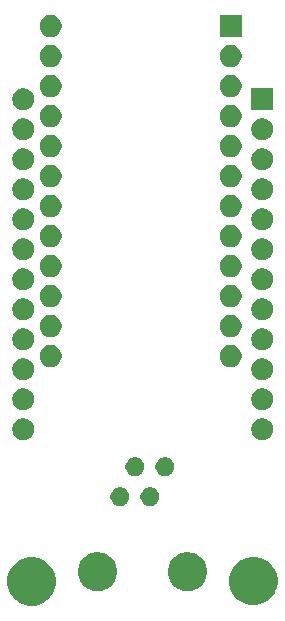
<source format=gbs>
G04 #@! TF.GenerationSoftware,KiCad,Pcbnew,(5.1.5-0-10_14)*
G04 #@! TF.CreationDate,2021-06-11T17:19:42+03:00*
G04 #@! TF.ProjectId,Wyse-converter,57797365-2d63-46f6-9e76-65727465722e,rev?*
G04 #@! TF.SameCoordinates,Original*
G04 #@! TF.FileFunction,Soldermask,Bot*
G04 #@! TF.FilePolarity,Negative*
%FSLAX46Y46*%
G04 Gerber Fmt 4.6, Leading zero omitted, Abs format (unit mm)*
G04 Created by KiCad (PCBNEW (5.1.5-0-10_14)) date 2021-06-11 17:19:42*
%MOMM*%
%LPD*%
G04 APERTURE LIST*
%ADD10C,0.100000*%
G04 APERTURE END LIST*
D10*
G36*
X93708254Y-97177818D02*
G01*
X94081511Y-97332426D01*
X94081513Y-97332427D01*
X94417436Y-97556884D01*
X94703116Y-97842564D01*
X94920158Y-98167389D01*
X94927574Y-98178489D01*
X95082182Y-98551746D01*
X95161000Y-98947993D01*
X95161000Y-99352007D01*
X95082182Y-99748254D01*
X94927574Y-100121511D01*
X94927573Y-100121513D01*
X94703116Y-100457436D01*
X94417436Y-100743116D01*
X94081513Y-100967573D01*
X94081512Y-100967574D01*
X94081511Y-100967574D01*
X93708254Y-101122182D01*
X93312007Y-101201000D01*
X92907993Y-101201000D01*
X92511746Y-101122182D01*
X92138489Y-100967574D01*
X92138488Y-100967574D01*
X92138487Y-100967573D01*
X91802564Y-100743116D01*
X91516884Y-100457436D01*
X91292427Y-100121513D01*
X91292426Y-100121511D01*
X91137818Y-99748254D01*
X91059000Y-99352007D01*
X91059000Y-98947993D01*
X91137818Y-98551746D01*
X91292426Y-98178489D01*
X91299843Y-98167389D01*
X91516884Y-97842564D01*
X91802564Y-97556884D01*
X92138487Y-97332427D01*
X92138489Y-97332426D01*
X92511746Y-97177818D01*
X92907993Y-97099000D01*
X93312007Y-97099000D01*
X93708254Y-97177818D01*
G37*
G36*
X112478254Y-97147818D02*
G01*
X112791457Y-97277551D01*
X112851513Y-97302427D01*
X112896411Y-97332427D01*
X113187436Y-97526884D01*
X113473116Y-97812564D01*
X113697574Y-98148489D01*
X113852182Y-98521746D01*
X113931000Y-98917993D01*
X113931000Y-99322007D01*
X113852182Y-99718254D01*
X113743349Y-99981000D01*
X113697573Y-100091513D01*
X113473116Y-100427436D01*
X113187436Y-100713116D01*
X112851513Y-100937573D01*
X112851512Y-100937574D01*
X112851511Y-100937574D01*
X112478254Y-101092182D01*
X112082007Y-101171000D01*
X111677993Y-101171000D01*
X111281746Y-101092182D01*
X110908489Y-100937574D01*
X110908488Y-100937574D01*
X110908487Y-100937573D01*
X110572564Y-100713116D01*
X110286884Y-100427436D01*
X110062427Y-100091513D01*
X110016651Y-99981000D01*
X109907818Y-99718254D01*
X109829000Y-99322007D01*
X109829000Y-98917993D01*
X109907818Y-98521746D01*
X110062426Y-98148489D01*
X110286884Y-97812564D01*
X110572564Y-97526884D01*
X110863589Y-97332427D01*
X110908487Y-97302427D01*
X110968543Y-97277551D01*
X111281746Y-97147818D01*
X111677993Y-97069000D01*
X112082007Y-97069000D01*
X112478254Y-97147818D01*
G37*
G36*
X99055256Y-96721298D02*
G01*
X99161579Y-96742447D01*
X99462042Y-96866903D01*
X99732451Y-97047585D01*
X99962415Y-97277549D01*
X100143097Y-97547958D01*
X100252701Y-97812564D01*
X100267553Y-97848422D01*
X100331000Y-98167389D01*
X100331000Y-98492611D01*
X100319237Y-98551745D01*
X100267553Y-98811579D01*
X100143097Y-99112042D01*
X99962415Y-99382451D01*
X99732451Y-99612415D01*
X99462042Y-99793097D01*
X99161579Y-99917553D01*
X99055256Y-99938702D01*
X98842611Y-99981000D01*
X98517389Y-99981000D01*
X98304744Y-99938702D01*
X98198421Y-99917553D01*
X97897958Y-99793097D01*
X97627549Y-99612415D01*
X97397585Y-99382451D01*
X97216903Y-99112042D01*
X97092447Y-98811579D01*
X97040763Y-98551745D01*
X97029000Y-98492611D01*
X97029000Y-98167389D01*
X97092447Y-97848422D01*
X97107300Y-97812564D01*
X97216903Y-97547958D01*
X97397585Y-97277549D01*
X97627549Y-97047585D01*
X97897958Y-96866903D01*
X98198421Y-96742447D01*
X98304744Y-96721298D01*
X98517389Y-96679000D01*
X98842611Y-96679000D01*
X99055256Y-96721298D01*
G37*
G36*
X106675256Y-96721298D02*
G01*
X106781579Y-96742447D01*
X107082042Y-96866903D01*
X107352451Y-97047585D01*
X107582415Y-97277549D01*
X107763097Y-97547958D01*
X107872701Y-97812564D01*
X107887553Y-97848422D01*
X107951000Y-98167389D01*
X107951000Y-98492611D01*
X107939237Y-98551745D01*
X107887553Y-98811579D01*
X107763097Y-99112042D01*
X107582415Y-99382451D01*
X107352451Y-99612415D01*
X107082042Y-99793097D01*
X106781579Y-99917553D01*
X106675256Y-99938702D01*
X106462611Y-99981000D01*
X106137389Y-99981000D01*
X105924744Y-99938702D01*
X105818421Y-99917553D01*
X105517958Y-99793097D01*
X105247549Y-99612415D01*
X105017585Y-99382451D01*
X104836903Y-99112042D01*
X104712447Y-98811579D01*
X104660763Y-98551745D01*
X104649000Y-98492611D01*
X104649000Y-98167389D01*
X104712447Y-97848422D01*
X104727300Y-97812564D01*
X104836903Y-97547958D01*
X105017585Y-97277549D01*
X105247549Y-97047585D01*
X105517958Y-96866903D01*
X105818421Y-96742447D01*
X105924744Y-96721298D01*
X106137389Y-96679000D01*
X106462611Y-96679000D01*
X106675256Y-96721298D01*
G37*
G36*
X103363642Y-91209781D02*
G01*
X103509414Y-91270162D01*
X103509416Y-91270163D01*
X103640608Y-91357822D01*
X103752178Y-91469392D01*
X103839837Y-91600584D01*
X103839838Y-91600586D01*
X103900219Y-91746358D01*
X103931000Y-91901107D01*
X103931000Y-92058893D01*
X103900219Y-92213642D01*
X103839838Y-92359414D01*
X103839837Y-92359416D01*
X103752178Y-92490608D01*
X103640608Y-92602178D01*
X103509416Y-92689837D01*
X103509415Y-92689838D01*
X103509414Y-92689838D01*
X103363642Y-92750219D01*
X103208893Y-92781000D01*
X103051107Y-92781000D01*
X102896358Y-92750219D01*
X102750586Y-92689838D01*
X102750585Y-92689838D01*
X102750584Y-92689837D01*
X102619392Y-92602178D01*
X102507822Y-92490608D01*
X102420163Y-92359416D01*
X102420162Y-92359414D01*
X102359781Y-92213642D01*
X102329000Y-92058893D01*
X102329000Y-91901107D01*
X102359781Y-91746358D01*
X102420162Y-91600586D01*
X102420163Y-91600584D01*
X102507822Y-91469392D01*
X102619392Y-91357822D01*
X102750584Y-91270163D01*
X102750586Y-91270162D01*
X102896358Y-91209781D01*
X103051107Y-91179000D01*
X103208893Y-91179000D01*
X103363642Y-91209781D01*
G37*
G36*
X100823642Y-91209781D02*
G01*
X100969414Y-91270162D01*
X100969416Y-91270163D01*
X101100608Y-91357822D01*
X101212178Y-91469392D01*
X101299837Y-91600584D01*
X101299838Y-91600586D01*
X101360219Y-91746358D01*
X101391000Y-91901107D01*
X101391000Y-92058893D01*
X101360219Y-92213642D01*
X101299838Y-92359414D01*
X101299837Y-92359416D01*
X101212178Y-92490608D01*
X101100608Y-92602178D01*
X100969416Y-92689837D01*
X100969415Y-92689838D01*
X100969414Y-92689838D01*
X100823642Y-92750219D01*
X100668893Y-92781000D01*
X100511107Y-92781000D01*
X100356358Y-92750219D01*
X100210586Y-92689838D01*
X100210585Y-92689838D01*
X100210584Y-92689837D01*
X100079392Y-92602178D01*
X99967822Y-92490608D01*
X99880163Y-92359416D01*
X99880162Y-92359414D01*
X99819781Y-92213642D01*
X99789000Y-92058893D01*
X99789000Y-91901107D01*
X99819781Y-91746358D01*
X99880162Y-91600586D01*
X99880163Y-91600584D01*
X99967822Y-91469392D01*
X100079392Y-91357822D01*
X100210584Y-91270163D01*
X100210586Y-91270162D01*
X100356358Y-91209781D01*
X100511107Y-91179000D01*
X100668893Y-91179000D01*
X100823642Y-91209781D01*
G37*
G36*
X104633642Y-88669781D02*
G01*
X104779414Y-88730162D01*
X104779416Y-88730163D01*
X104910608Y-88817822D01*
X105022178Y-88929392D01*
X105109837Y-89060584D01*
X105109838Y-89060586D01*
X105170219Y-89206358D01*
X105201000Y-89361107D01*
X105201000Y-89518893D01*
X105170219Y-89673642D01*
X105109838Y-89819414D01*
X105109837Y-89819416D01*
X105022178Y-89950608D01*
X104910608Y-90062178D01*
X104779416Y-90149837D01*
X104779415Y-90149838D01*
X104779414Y-90149838D01*
X104633642Y-90210219D01*
X104478893Y-90241000D01*
X104321107Y-90241000D01*
X104166358Y-90210219D01*
X104020586Y-90149838D01*
X104020585Y-90149838D01*
X104020584Y-90149837D01*
X103889392Y-90062178D01*
X103777822Y-89950608D01*
X103690163Y-89819416D01*
X103690162Y-89819414D01*
X103629781Y-89673642D01*
X103599000Y-89518893D01*
X103599000Y-89361107D01*
X103629781Y-89206358D01*
X103690162Y-89060586D01*
X103690163Y-89060584D01*
X103777822Y-88929392D01*
X103889392Y-88817822D01*
X104020584Y-88730163D01*
X104020586Y-88730162D01*
X104166358Y-88669781D01*
X104321107Y-88639000D01*
X104478893Y-88639000D01*
X104633642Y-88669781D01*
G37*
G36*
X102093642Y-88669781D02*
G01*
X102239414Y-88730162D01*
X102239416Y-88730163D01*
X102370608Y-88817822D01*
X102482178Y-88929392D01*
X102569837Y-89060584D01*
X102569838Y-89060586D01*
X102630219Y-89206358D01*
X102661000Y-89361107D01*
X102661000Y-89518893D01*
X102630219Y-89673642D01*
X102569838Y-89819414D01*
X102569837Y-89819416D01*
X102482178Y-89950608D01*
X102370608Y-90062178D01*
X102239416Y-90149837D01*
X102239415Y-90149838D01*
X102239414Y-90149838D01*
X102093642Y-90210219D01*
X101938893Y-90241000D01*
X101781107Y-90241000D01*
X101626358Y-90210219D01*
X101480586Y-90149838D01*
X101480585Y-90149838D01*
X101480584Y-90149837D01*
X101349392Y-90062178D01*
X101237822Y-89950608D01*
X101150163Y-89819416D01*
X101150162Y-89819414D01*
X101089781Y-89673642D01*
X101059000Y-89518893D01*
X101059000Y-89361107D01*
X101089781Y-89206358D01*
X101150162Y-89060586D01*
X101150163Y-89060584D01*
X101237822Y-88929392D01*
X101349392Y-88817822D01*
X101480584Y-88730163D01*
X101480586Y-88730162D01*
X101626358Y-88669781D01*
X101781107Y-88639000D01*
X101938893Y-88639000D01*
X102093642Y-88669781D01*
G37*
G36*
X112900483Y-85368335D02*
G01*
X113069240Y-85438236D01*
X113221118Y-85539718D01*
X113350282Y-85668882D01*
X113451764Y-85820760D01*
X113521665Y-85989517D01*
X113557300Y-86168668D01*
X113557300Y-86351332D01*
X113521665Y-86530483D01*
X113451764Y-86699240D01*
X113350282Y-86851118D01*
X113221118Y-86980282D01*
X113069240Y-87081764D01*
X112900483Y-87151665D01*
X112721332Y-87187300D01*
X112538668Y-87187300D01*
X112359517Y-87151665D01*
X112190760Y-87081764D01*
X112038882Y-86980282D01*
X111909718Y-86851118D01*
X111808236Y-86699240D01*
X111738335Y-86530483D01*
X111702700Y-86351332D01*
X111702700Y-86168668D01*
X111738335Y-85989517D01*
X111808236Y-85820760D01*
X111909718Y-85668882D01*
X112038882Y-85539718D01*
X112190760Y-85438236D01*
X112359517Y-85368335D01*
X112538668Y-85332700D01*
X112721332Y-85332700D01*
X112900483Y-85368335D01*
G37*
G36*
X92660483Y-85368335D02*
G01*
X92829240Y-85438236D01*
X92981118Y-85539718D01*
X93110282Y-85668882D01*
X93211764Y-85820760D01*
X93281665Y-85989517D01*
X93317300Y-86168668D01*
X93317300Y-86351332D01*
X93281665Y-86530483D01*
X93211764Y-86699240D01*
X93110282Y-86851118D01*
X92981118Y-86980282D01*
X92829240Y-87081764D01*
X92660483Y-87151665D01*
X92481332Y-87187300D01*
X92298668Y-87187300D01*
X92119517Y-87151665D01*
X91950760Y-87081764D01*
X91798882Y-86980282D01*
X91669718Y-86851118D01*
X91568236Y-86699240D01*
X91498335Y-86530483D01*
X91462700Y-86351332D01*
X91462700Y-86168668D01*
X91498335Y-85989517D01*
X91568236Y-85820760D01*
X91669718Y-85668882D01*
X91798882Y-85539718D01*
X91950760Y-85438236D01*
X92119517Y-85368335D01*
X92298668Y-85332700D01*
X92481332Y-85332700D01*
X92660483Y-85368335D01*
G37*
G36*
X112900483Y-82828335D02*
G01*
X113069240Y-82898236D01*
X113221118Y-82999718D01*
X113350282Y-83128882D01*
X113451764Y-83280760D01*
X113521665Y-83449517D01*
X113557300Y-83628668D01*
X113557300Y-83811332D01*
X113521665Y-83990483D01*
X113451764Y-84159240D01*
X113350282Y-84311118D01*
X113221118Y-84440282D01*
X113069240Y-84541764D01*
X112900483Y-84611665D01*
X112721332Y-84647300D01*
X112538668Y-84647300D01*
X112359517Y-84611665D01*
X112190760Y-84541764D01*
X112038882Y-84440282D01*
X111909718Y-84311118D01*
X111808236Y-84159240D01*
X111738335Y-83990483D01*
X111702700Y-83811332D01*
X111702700Y-83628668D01*
X111738335Y-83449517D01*
X111808236Y-83280760D01*
X111909718Y-83128882D01*
X112038882Y-82999718D01*
X112190760Y-82898236D01*
X112359517Y-82828335D01*
X112538668Y-82792700D01*
X112721332Y-82792700D01*
X112900483Y-82828335D01*
G37*
G36*
X92660483Y-82828335D02*
G01*
X92829240Y-82898236D01*
X92981118Y-82999718D01*
X93110282Y-83128882D01*
X93211764Y-83280760D01*
X93281665Y-83449517D01*
X93317300Y-83628668D01*
X93317300Y-83811332D01*
X93281665Y-83990483D01*
X93211764Y-84159240D01*
X93110282Y-84311118D01*
X92981118Y-84440282D01*
X92829240Y-84541764D01*
X92660483Y-84611665D01*
X92481332Y-84647300D01*
X92298668Y-84647300D01*
X92119517Y-84611665D01*
X91950760Y-84541764D01*
X91798882Y-84440282D01*
X91669718Y-84311118D01*
X91568236Y-84159240D01*
X91498335Y-83990483D01*
X91462700Y-83811332D01*
X91462700Y-83628668D01*
X91498335Y-83449517D01*
X91568236Y-83280760D01*
X91669718Y-83128882D01*
X91798882Y-82999718D01*
X91950760Y-82898236D01*
X92119517Y-82828335D01*
X92298668Y-82792700D01*
X92481332Y-82792700D01*
X92660483Y-82828335D01*
G37*
G36*
X112900483Y-80288335D02*
G01*
X113069240Y-80358236D01*
X113221118Y-80459718D01*
X113350282Y-80588882D01*
X113451764Y-80740760D01*
X113521665Y-80909517D01*
X113557300Y-81088668D01*
X113557300Y-81271332D01*
X113521665Y-81450483D01*
X113451764Y-81619240D01*
X113350282Y-81771118D01*
X113221118Y-81900282D01*
X113069240Y-82001764D01*
X112900483Y-82071665D01*
X112721332Y-82107300D01*
X112538668Y-82107300D01*
X112359517Y-82071665D01*
X112190760Y-82001764D01*
X112038882Y-81900282D01*
X111909718Y-81771118D01*
X111808236Y-81619240D01*
X111738335Y-81450483D01*
X111702700Y-81271332D01*
X111702700Y-81088668D01*
X111738335Y-80909517D01*
X111808236Y-80740760D01*
X111909718Y-80588882D01*
X112038882Y-80459718D01*
X112190760Y-80358236D01*
X112359517Y-80288335D01*
X112538668Y-80252700D01*
X112721332Y-80252700D01*
X112900483Y-80288335D01*
G37*
G36*
X92660483Y-80288335D02*
G01*
X92829240Y-80358236D01*
X92981118Y-80459718D01*
X93110282Y-80588882D01*
X93211764Y-80740760D01*
X93281665Y-80909517D01*
X93317300Y-81088668D01*
X93317300Y-81271332D01*
X93281665Y-81450483D01*
X93211764Y-81619240D01*
X93110282Y-81771118D01*
X92981118Y-81900282D01*
X92829240Y-82001764D01*
X92660483Y-82071665D01*
X92481332Y-82107300D01*
X92298668Y-82107300D01*
X92119517Y-82071665D01*
X91950760Y-82001764D01*
X91798882Y-81900282D01*
X91669718Y-81771118D01*
X91568236Y-81619240D01*
X91498335Y-81450483D01*
X91462700Y-81271332D01*
X91462700Y-81088668D01*
X91498335Y-80909517D01*
X91568236Y-80740760D01*
X91669718Y-80588882D01*
X91798882Y-80459718D01*
X91950760Y-80358236D01*
X92119517Y-80288335D01*
X92298668Y-80252700D01*
X92481332Y-80252700D01*
X92660483Y-80288335D01*
G37*
G36*
X110230483Y-79178335D02*
G01*
X110399240Y-79248236D01*
X110551118Y-79349718D01*
X110680282Y-79478882D01*
X110781764Y-79630760D01*
X110851665Y-79799517D01*
X110887300Y-79978668D01*
X110887300Y-80161332D01*
X110851665Y-80340483D01*
X110781764Y-80509240D01*
X110680282Y-80661118D01*
X110551118Y-80790282D01*
X110399240Y-80891764D01*
X110230483Y-80961665D01*
X110051332Y-80997300D01*
X109868668Y-80997300D01*
X109689517Y-80961665D01*
X109520760Y-80891764D01*
X109368882Y-80790282D01*
X109239718Y-80661118D01*
X109138236Y-80509240D01*
X109068335Y-80340483D01*
X109032700Y-80161332D01*
X109032700Y-79978668D01*
X109068335Y-79799517D01*
X109138236Y-79630760D01*
X109239718Y-79478882D01*
X109368882Y-79349718D01*
X109520760Y-79248236D01*
X109689517Y-79178335D01*
X109868668Y-79142700D01*
X110051332Y-79142700D01*
X110230483Y-79178335D01*
G37*
G36*
X94990483Y-79178335D02*
G01*
X95159240Y-79248236D01*
X95311118Y-79349718D01*
X95440282Y-79478882D01*
X95541764Y-79630760D01*
X95611665Y-79799517D01*
X95647300Y-79978668D01*
X95647300Y-80161332D01*
X95611665Y-80340483D01*
X95541764Y-80509240D01*
X95440282Y-80661118D01*
X95311118Y-80790282D01*
X95159240Y-80891764D01*
X94990483Y-80961665D01*
X94811332Y-80997300D01*
X94628668Y-80997300D01*
X94449517Y-80961665D01*
X94280760Y-80891764D01*
X94128882Y-80790282D01*
X93999718Y-80661118D01*
X93898236Y-80509240D01*
X93828335Y-80340483D01*
X93792700Y-80161332D01*
X93792700Y-79978668D01*
X93828335Y-79799517D01*
X93898236Y-79630760D01*
X93999718Y-79478882D01*
X94128882Y-79349718D01*
X94280760Y-79248236D01*
X94449517Y-79178335D01*
X94628668Y-79142700D01*
X94811332Y-79142700D01*
X94990483Y-79178335D01*
G37*
G36*
X92660483Y-77748335D02*
G01*
X92829240Y-77818236D01*
X92981118Y-77919718D01*
X93110282Y-78048882D01*
X93211764Y-78200760D01*
X93281665Y-78369517D01*
X93317300Y-78548668D01*
X93317300Y-78731332D01*
X93281665Y-78910483D01*
X93211764Y-79079240D01*
X93110282Y-79231118D01*
X92981118Y-79360282D01*
X92829240Y-79461764D01*
X92660483Y-79531665D01*
X92481332Y-79567300D01*
X92298668Y-79567300D01*
X92119517Y-79531665D01*
X91950760Y-79461764D01*
X91798882Y-79360282D01*
X91669718Y-79231118D01*
X91568236Y-79079240D01*
X91498335Y-78910483D01*
X91462700Y-78731332D01*
X91462700Y-78548668D01*
X91498335Y-78369517D01*
X91568236Y-78200760D01*
X91669718Y-78048882D01*
X91798882Y-77919718D01*
X91950760Y-77818236D01*
X92119517Y-77748335D01*
X92298668Y-77712700D01*
X92481332Y-77712700D01*
X92660483Y-77748335D01*
G37*
G36*
X112900483Y-77748335D02*
G01*
X113069240Y-77818236D01*
X113221118Y-77919718D01*
X113350282Y-78048882D01*
X113451764Y-78200760D01*
X113521665Y-78369517D01*
X113557300Y-78548668D01*
X113557300Y-78731332D01*
X113521665Y-78910483D01*
X113451764Y-79079240D01*
X113350282Y-79231118D01*
X113221118Y-79360282D01*
X113069240Y-79461764D01*
X112900483Y-79531665D01*
X112721332Y-79567300D01*
X112538668Y-79567300D01*
X112359517Y-79531665D01*
X112190760Y-79461764D01*
X112038882Y-79360282D01*
X111909718Y-79231118D01*
X111808236Y-79079240D01*
X111738335Y-78910483D01*
X111702700Y-78731332D01*
X111702700Y-78548668D01*
X111738335Y-78369517D01*
X111808236Y-78200760D01*
X111909718Y-78048882D01*
X112038882Y-77919718D01*
X112190760Y-77818236D01*
X112359517Y-77748335D01*
X112538668Y-77712700D01*
X112721332Y-77712700D01*
X112900483Y-77748335D01*
G37*
G36*
X110230483Y-76638335D02*
G01*
X110399240Y-76708236D01*
X110551118Y-76809718D01*
X110680282Y-76938882D01*
X110781764Y-77090760D01*
X110851665Y-77259517D01*
X110887300Y-77438668D01*
X110887300Y-77621332D01*
X110851665Y-77800483D01*
X110781764Y-77969240D01*
X110680282Y-78121118D01*
X110551118Y-78250282D01*
X110399240Y-78351764D01*
X110230483Y-78421665D01*
X110051332Y-78457300D01*
X109868668Y-78457300D01*
X109689517Y-78421665D01*
X109520760Y-78351764D01*
X109368882Y-78250282D01*
X109239718Y-78121118D01*
X109138236Y-77969240D01*
X109068335Y-77800483D01*
X109032700Y-77621332D01*
X109032700Y-77438668D01*
X109068335Y-77259517D01*
X109138236Y-77090760D01*
X109239718Y-76938882D01*
X109368882Y-76809718D01*
X109520760Y-76708236D01*
X109689517Y-76638335D01*
X109868668Y-76602700D01*
X110051332Y-76602700D01*
X110230483Y-76638335D01*
G37*
G36*
X94990483Y-76638335D02*
G01*
X95159240Y-76708236D01*
X95311118Y-76809718D01*
X95440282Y-76938882D01*
X95541764Y-77090760D01*
X95611665Y-77259517D01*
X95647300Y-77438668D01*
X95647300Y-77621332D01*
X95611665Y-77800483D01*
X95541764Y-77969240D01*
X95440282Y-78121118D01*
X95311118Y-78250282D01*
X95159240Y-78351764D01*
X94990483Y-78421665D01*
X94811332Y-78457300D01*
X94628668Y-78457300D01*
X94449517Y-78421665D01*
X94280760Y-78351764D01*
X94128882Y-78250282D01*
X93999718Y-78121118D01*
X93898236Y-77969240D01*
X93828335Y-77800483D01*
X93792700Y-77621332D01*
X93792700Y-77438668D01*
X93828335Y-77259517D01*
X93898236Y-77090760D01*
X93999718Y-76938882D01*
X94128882Y-76809718D01*
X94280760Y-76708236D01*
X94449517Y-76638335D01*
X94628668Y-76602700D01*
X94811332Y-76602700D01*
X94990483Y-76638335D01*
G37*
G36*
X112900483Y-75208335D02*
G01*
X113069240Y-75278236D01*
X113221118Y-75379718D01*
X113350282Y-75508882D01*
X113451764Y-75660760D01*
X113521665Y-75829517D01*
X113557300Y-76008668D01*
X113557300Y-76191332D01*
X113521665Y-76370483D01*
X113451764Y-76539240D01*
X113350282Y-76691118D01*
X113221118Y-76820282D01*
X113069240Y-76921764D01*
X112900483Y-76991665D01*
X112721332Y-77027300D01*
X112538668Y-77027300D01*
X112359517Y-76991665D01*
X112190760Y-76921764D01*
X112038882Y-76820282D01*
X111909718Y-76691118D01*
X111808236Y-76539240D01*
X111738335Y-76370483D01*
X111702700Y-76191332D01*
X111702700Y-76008668D01*
X111738335Y-75829517D01*
X111808236Y-75660760D01*
X111909718Y-75508882D01*
X112038882Y-75379718D01*
X112190760Y-75278236D01*
X112359517Y-75208335D01*
X112538668Y-75172700D01*
X112721332Y-75172700D01*
X112900483Y-75208335D01*
G37*
G36*
X92660483Y-75208335D02*
G01*
X92829240Y-75278236D01*
X92981118Y-75379718D01*
X93110282Y-75508882D01*
X93211764Y-75660760D01*
X93281665Y-75829517D01*
X93317300Y-76008668D01*
X93317300Y-76191332D01*
X93281665Y-76370483D01*
X93211764Y-76539240D01*
X93110282Y-76691118D01*
X92981118Y-76820282D01*
X92829240Y-76921764D01*
X92660483Y-76991665D01*
X92481332Y-77027300D01*
X92298668Y-77027300D01*
X92119517Y-76991665D01*
X91950760Y-76921764D01*
X91798882Y-76820282D01*
X91669718Y-76691118D01*
X91568236Y-76539240D01*
X91498335Y-76370483D01*
X91462700Y-76191332D01*
X91462700Y-76008668D01*
X91498335Y-75829517D01*
X91568236Y-75660760D01*
X91669718Y-75508882D01*
X91798882Y-75379718D01*
X91950760Y-75278236D01*
X92119517Y-75208335D01*
X92298668Y-75172700D01*
X92481332Y-75172700D01*
X92660483Y-75208335D01*
G37*
G36*
X110230483Y-74098335D02*
G01*
X110399240Y-74168236D01*
X110551118Y-74269718D01*
X110680282Y-74398882D01*
X110781764Y-74550760D01*
X110851665Y-74719517D01*
X110887300Y-74898668D01*
X110887300Y-75081332D01*
X110851665Y-75260483D01*
X110781764Y-75429240D01*
X110680282Y-75581118D01*
X110551118Y-75710282D01*
X110399240Y-75811764D01*
X110230483Y-75881665D01*
X110051332Y-75917300D01*
X109868668Y-75917300D01*
X109689517Y-75881665D01*
X109520760Y-75811764D01*
X109368882Y-75710282D01*
X109239718Y-75581118D01*
X109138236Y-75429240D01*
X109068335Y-75260483D01*
X109032700Y-75081332D01*
X109032700Y-74898668D01*
X109068335Y-74719517D01*
X109138236Y-74550760D01*
X109239718Y-74398882D01*
X109368882Y-74269718D01*
X109520760Y-74168236D01*
X109689517Y-74098335D01*
X109868668Y-74062700D01*
X110051332Y-74062700D01*
X110230483Y-74098335D01*
G37*
G36*
X94990483Y-74098335D02*
G01*
X95159240Y-74168236D01*
X95311118Y-74269718D01*
X95440282Y-74398882D01*
X95541764Y-74550760D01*
X95611665Y-74719517D01*
X95647300Y-74898668D01*
X95647300Y-75081332D01*
X95611665Y-75260483D01*
X95541764Y-75429240D01*
X95440282Y-75581118D01*
X95311118Y-75710282D01*
X95159240Y-75811764D01*
X94990483Y-75881665D01*
X94811332Y-75917300D01*
X94628668Y-75917300D01*
X94449517Y-75881665D01*
X94280760Y-75811764D01*
X94128882Y-75710282D01*
X93999718Y-75581118D01*
X93898236Y-75429240D01*
X93828335Y-75260483D01*
X93792700Y-75081332D01*
X93792700Y-74898668D01*
X93828335Y-74719517D01*
X93898236Y-74550760D01*
X93999718Y-74398882D01*
X94128882Y-74269718D01*
X94280760Y-74168236D01*
X94449517Y-74098335D01*
X94628668Y-74062700D01*
X94811332Y-74062700D01*
X94990483Y-74098335D01*
G37*
G36*
X92660483Y-72668335D02*
G01*
X92829240Y-72738236D01*
X92981118Y-72839718D01*
X93110282Y-72968882D01*
X93211764Y-73120760D01*
X93281665Y-73289517D01*
X93317300Y-73468668D01*
X93317300Y-73651332D01*
X93281665Y-73830483D01*
X93211764Y-73999240D01*
X93110282Y-74151118D01*
X92981118Y-74280282D01*
X92829240Y-74381764D01*
X92660483Y-74451665D01*
X92481332Y-74487300D01*
X92298668Y-74487300D01*
X92119517Y-74451665D01*
X91950760Y-74381764D01*
X91798882Y-74280282D01*
X91669718Y-74151118D01*
X91568236Y-73999240D01*
X91498335Y-73830483D01*
X91462700Y-73651332D01*
X91462700Y-73468668D01*
X91498335Y-73289517D01*
X91568236Y-73120760D01*
X91669718Y-72968882D01*
X91798882Y-72839718D01*
X91950760Y-72738236D01*
X92119517Y-72668335D01*
X92298668Y-72632700D01*
X92481332Y-72632700D01*
X92660483Y-72668335D01*
G37*
G36*
X112900483Y-72668335D02*
G01*
X113069240Y-72738236D01*
X113221118Y-72839718D01*
X113350282Y-72968882D01*
X113451764Y-73120760D01*
X113521665Y-73289517D01*
X113557300Y-73468668D01*
X113557300Y-73651332D01*
X113521665Y-73830483D01*
X113451764Y-73999240D01*
X113350282Y-74151118D01*
X113221118Y-74280282D01*
X113069240Y-74381764D01*
X112900483Y-74451665D01*
X112721332Y-74487300D01*
X112538668Y-74487300D01*
X112359517Y-74451665D01*
X112190760Y-74381764D01*
X112038882Y-74280282D01*
X111909718Y-74151118D01*
X111808236Y-73999240D01*
X111738335Y-73830483D01*
X111702700Y-73651332D01*
X111702700Y-73468668D01*
X111738335Y-73289517D01*
X111808236Y-73120760D01*
X111909718Y-72968882D01*
X112038882Y-72839718D01*
X112190760Y-72738236D01*
X112359517Y-72668335D01*
X112538668Y-72632700D01*
X112721332Y-72632700D01*
X112900483Y-72668335D01*
G37*
G36*
X94990483Y-71558335D02*
G01*
X95159240Y-71628236D01*
X95311118Y-71729718D01*
X95440282Y-71858882D01*
X95541764Y-72010760D01*
X95611665Y-72179517D01*
X95647300Y-72358668D01*
X95647300Y-72541332D01*
X95611665Y-72720483D01*
X95541764Y-72889240D01*
X95440282Y-73041118D01*
X95311118Y-73170282D01*
X95159240Y-73271764D01*
X94990483Y-73341665D01*
X94811332Y-73377300D01*
X94628668Y-73377300D01*
X94449517Y-73341665D01*
X94280760Y-73271764D01*
X94128882Y-73170282D01*
X93999718Y-73041118D01*
X93898236Y-72889240D01*
X93828335Y-72720483D01*
X93792700Y-72541332D01*
X93792700Y-72358668D01*
X93828335Y-72179517D01*
X93898236Y-72010760D01*
X93999718Y-71858882D01*
X94128882Y-71729718D01*
X94280760Y-71628236D01*
X94449517Y-71558335D01*
X94628668Y-71522700D01*
X94811332Y-71522700D01*
X94990483Y-71558335D01*
G37*
G36*
X110230483Y-71558335D02*
G01*
X110399240Y-71628236D01*
X110551118Y-71729718D01*
X110680282Y-71858882D01*
X110781764Y-72010760D01*
X110851665Y-72179517D01*
X110887300Y-72358668D01*
X110887300Y-72541332D01*
X110851665Y-72720483D01*
X110781764Y-72889240D01*
X110680282Y-73041118D01*
X110551118Y-73170282D01*
X110399240Y-73271764D01*
X110230483Y-73341665D01*
X110051332Y-73377300D01*
X109868668Y-73377300D01*
X109689517Y-73341665D01*
X109520760Y-73271764D01*
X109368882Y-73170282D01*
X109239718Y-73041118D01*
X109138236Y-72889240D01*
X109068335Y-72720483D01*
X109032700Y-72541332D01*
X109032700Y-72358668D01*
X109068335Y-72179517D01*
X109138236Y-72010760D01*
X109239718Y-71858882D01*
X109368882Y-71729718D01*
X109520760Y-71628236D01*
X109689517Y-71558335D01*
X109868668Y-71522700D01*
X110051332Y-71522700D01*
X110230483Y-71558335D01*
G37*
G36*
X92660483Y-70128335D02*
G01*
X92829240Y-70198236D01*
X92981118Y-70299718D01*
X93110282Y-70428882D01*
X93211764Y-70580760D01*
X93281665Y-70749517D01*
X93317300Y-70928668D01*
X93317300Y-71111332D01*
X93281665Y-71290483D01*
X93211764Y-71459240D01*
X93110282Y-71611118D01*
X92981118Y-71740282D01*
X92829240Y-71841764D01*
X92660483Y-71911665D01*
X92481332Y-71947300D01*
X92298668Y-71947300D01*
X92119517Y-71911665D01*
X91950760Y-71841764D01*
X91798882Y-71740282D01*
X91669718Y-71611118D01*
X91568236Y-71459240D01*
X91498335Y-71290483D01*
X91462700Y-71111332D01*
X91462700Y-70928668D01*
X91498335Y-70749517D01*
X91568236Y-70580760D01*
X91669718Y-70428882D01*
X91798882Y-70299718D01*
X91950760Y-70198236D01*
X92119517Y-70128335D01*
X92298668Y-70092700D01*
X92481332Y-70092700D01*
X92660483Y-70128335D01*
G37*
G36*
X112900483Y-70128335D02*
G01*
X113069240Y-70198236D01*
X113221118Y-70299718D01*
X113350282Y-70428882D01*
X113451764Y-70580760D01*
X113521665Y-70749517D01*
X113557300Y-70928668D01*
X113557300Y-71111332D01*
X113521665Y-71290483D01*
X113451764Y-71459240D01*
X113350282Y-71611118D01*
X113221118Y-71740282D01*
X113069240Y-71841764D01*
X112900483Y-71911665D01*
X112721332Y-71947300D01*
X112538668Y-71947300D01*
X112359517Y-71911665D01*
X112190760Y-71841764D01*
X112038882Y-71740282D01*
X111909718Y-71611118D01*
X111808236Y-71459240D01*
X111738335Y-71290483D01*
X111702700Y-71111332D01*
X111702700Y-70928668D01*
X111738335Y-70749517D01*
X111808236Y-70580760D01*
X111909718Y-70428882D01*
X112038882Y-70299718D01*
X112190760Y-70198236D01*
X112359517Y-70128335D01*
X112538668Y-70092700D01*
X112721332Y-70092700D01*
X112900483Y-70128335D01*
G37*
G36*
X94990483Y-69018335D02*
G01*
X95159240Y-69088236D01*
X95311118Y-69189718D01*
X95440282Y-69318882D01*
X95541764Y-69470760D01*
X95611665Y-69639517D01*
X95647300Y-69818668D01*
X95647300Y-70001332D01*
X95611665Y-70180483D01*
X95541764Y-70349240D01*
X95440282Y-70501118D01*
X95311118Y-70630282D01*
X95159240Y-70731764D01*
X94990483Y-70801665D01*
X94811332Y-70837300D01*
X94628668Y-70837300D01*
X94449517Y-70801665D01*
X94280760Y-70731764D01*
X94128882Y-70630282D01*
X93999718Y-70501118D01*
X93898236Y-70349240D01*
X93828335Y-70180483D01*
X93792700Y-70001332D01*
X93792700Y-69818668D01*
X93828335Y-69639517D01*
X93898236Y-69470760D01*
X93999718Y-69318882D01*
X94128882Y-69189718D01*
X94280760Y-69088236D01*
X94449517Y-69018335D01*
X94628668Y-68982700D01*
X94811332Y-68982700D01*
X94990483Y-69018335D01*
G37*
G36*
X110230483Y-69018335D02*
G01*
X110399240Y-69088236D01*
X110551118Y-69189718D01*
X110680282Y-69318882D01*
X110781764Y-69470760D01*
X110851665Y-69639517D01*
X110887300Y-69818668D01*
X110887300Y-70001332D01*
X110851665Y-70180483D01*
X110781764Y-70349240D01*
X110680282Y-70501118D01*
X110551118Y-70630282D01*
X110399240Y-70731764D01*
X110230483Y-70801665D01*
X110051332Y-70837300D01*
X109868668Y-70837300D01*
X109689517Y-70801665D01*
X109520760Y-70731764D01*
X109368882Y-70630282D01*
X109239718Y-70501118D01*
X109138236Y-70349240D01*
X109068335Y-70180483D01*
X109032700Y-70001332D01*
X109032700Y-69818668D01*
X109068335Y-69639517D01*
X109138236Y-69470760D01*
X109239718Y-69318882D01*
X109368882Y-69189718D01*
X109520760Y-69088236D01*
X109689517Y-69018335D01*
X109868668Y-68982700D01*
X110051332Y-68982700D01*
X110230483Y-69018335D01*
G37*
G36*
X112900483Y-67588335D02*
G01*
X113069240Y-67658236D01*
X113221118Y-67759718D01*
X113350282Y-67888882D01*
X113451764Y-68040760D01*
X113521665Y-68209517D01*
X113557300Y-68388668D01*
X113557300Y-68571332D01*
X113521665Y-68750483D01*
X113451764Y-68919240D01*
X113350282Y-69071118D01*
X113221118Y-69200282D01*
X113069240Y-69301764D01*
X112900483Y-69371665D01*
X112721332Y-69407300D01*
X112538668Y-69407300D01*
X112359517Y-69371665D01*
X112190760Y-69301764D01*
X112038882Y-69200282D01*
X111909718Y-69071118D01*
X111808236Y-68919240D01*
X111738335Y-68750483D01*
X111702700Y-68571332D01*
X111702700Y-68388668D01*
X111738335Y-68209517D01*
X111808236Y-68040760D01*
X111909718Y-67888882D01*
X112038882Y-67759718D01*
X112190760Y-67658236D01*
X112359517Y-67588335D01*
X112538668Y-67552700D01*
X112721332Y-67552700D01*
X112900483Y-67588335D01*
G37*
G36*
X92660483Y-67588335D02*
G01*
X92829240Y-67658236D01*
X92981118Y-67759718D01*
X93110282Y-67888882D01*
X93211764Y-68040760D01*
X93281665Y-68209517D01*
X93317300Y-68388668D01*
X93317300Y-68571332D01*
X93281665Y-68750483D01*
X93211764Y-68919240D01*
X93110282Y-69071118D01*
X92981118Y-69200282D01*
X92829240Y-69301764D01*
X92660483Y-69371665D01*
X92481332Y-69407300D01*
X92298668Y-69407300D01*
X92119517Y-69371665D01*
X91950760Y-69301764D01*
X91798882Y-69200282D01*
X91669718Y-69071118D01*
X91568236Y-68919240D01*
X91498335Y-68750483D01*
X91462700Y-68571332D01*
X91462700Y-68388668D01*
X91498335Y-68209517D01*
X91568236Y-68040760D01*
X91669718Y-67888882D01*
X91798882Y-67759718D01*
X91950760Y-67658236D01*
X92119517Y-67588335D01*
X92298668Y-67552700D01*
X92481332Y-67552700D01*
X92660483Y-67588335D01*
G37*
G36*
X94990483Y-66478335D02*
G01*
X95159240Y-66548236D01*
X95311118Y-66649718D01*
X95440282Y-66778882D01*
X95541764Y-66930760D01*
X95611665Y-67099517D01*
X95647300Y-67278668D01*
X95647300Y-67461332D01*
X95611665Y-67640483D01*
X95541764Y-67809240D01*
X95440282Y-67961118D01*
X95311118Y-68090282D01*
X95159240Y-68191764D01*
X94990483Y-68261665D01*
X94811332Y-68297300D01*
X94628668Y-68297300D01*
X94449517Y-68261665D01*
X94280760Y-68191764D01*
X94128882Y-68090282D01*
X93999718Y-67961118D01*
X93898236Y-67809240D01*
X93828335Y-67640483D01*
X93792700Y-67461332D01*
X93792700Y-67278668D01*
X93828335Y-67099517D01*
X93898236Y-66930760D01*
X93999718Y-66778882D01*
X94128882Y-66649718D01*
X94280760Y-66548236D01*
X94449517Y-66478335D01*
X94628668Y-66442700D01*
X94811332Y-66442700D01*
X94990483Y-66478335D01*
G37*
G36*
X110230483Y-66478335D02*
G01*
X110399240Y-66548236D01*
X110551118Y-66649718D01*
X110680282Y-66778882D01*
X110781764Y-66930760D01*
X110851665Y-67099517D01*
X110887300Y-67278668D01*
X110887300Y-67461332D01*
X110851665Y-67640483D01*
X110781764Y-67809240D01*
X110680282Y-67961118D01*
X110551118Y-68090282D01*
X110399240Y-68191764D01*
X110230483Y-68261665D01*
X110051332Y-68297300D01*
X109868668Y-68297300D01*
X109689517Y-68261665D01*
X109520760Y-68191764D01*
X109368882Y-68090282D01*
X109239718Y-67961118D01*
X109138236Y-67809240D01*
X109068335Y-67640483D01*
X109032700Y-67461332D01*
X109032700Y-67278668D01*
X109068335Y-67099517D01*
X109138236Y-66930760D01*
X109239718Y-66778882D01*
X109368882Y-66649718D01*
X109520760Y-66548236D01*
X109689517Y-66478335D01*
X109868668Y-66442700D01*
X110051332Y-66442700D01*
X110230483Y-66478335D01*
G37*
G36*
X112900483Y-65048335D02*
G01*
X113069240Y-65118236D01*
X113221118Y-65219718D01*
X113350282Y-65348882D01*
X113451764Y-65500760D01*
X113521665Y-65669517D01*
X113557300Y-65848668D01*
X113557300Y-66031332D01*
X113521665Y-66210483D01*
X113451764Y-66379240D01*
X113350282Y-66531118D01*
X113221118Y-66660282D01*
X113069240Y-66761764D01*
X112900483Y-66831665D01*
X112721332Y-66867300D01*
X112538668Y-66867300D01*
X112359517Y-66831665D01*
X112190760Y-66761764D01*
X112038882Y-66660282D01*
X111909718Y-66531118D01*
X111808236Y-66379240D01*
X111738335Y-66210483D01*
X111702700Y-66031332D01*
X111702700Y-65848668D01*
X111738335Y-65669517D01*
X111808236Y-65500760D01*
X111909718Y-65348882D01*
X112038882Y-65219718D01*
X112190760Y-65118236D01*
X112359517Y-65048335D01*
X112538668Y-65012700D01*
X112721332Y-65012700D01*
X112900483Y-65048335D01*
G37*
G36*
X92660483Y-65048335D02*
G01*
X92829240Y-65118236D01*
X92981118Y-65219718D01*
X93110282Y-65348882D01*
X93211764Y-65500760D01*
X93281665Y-65669517D01*
X93317300Y-65848668D01*
X93317300Y-66031332D01*
X93281665Y-66210483D01*
X93211764Y-66379240D01*
X93110282Y-66531118D01*
X92981118Y-66660282D01*
X92829240Y-66761764D01*
X92660483Y-66831665D01*
X92481332Y-66867300D01*
X92298668Y-66867300D01*
X92119517Y-66831665D01*
X91950760Y-66761764D01*
X91798882Y-66660282D01*
X91669718Y-66531118D01*
X91568236Y-66379240D01*
X91498335Y-66210483D01*
X91462700Y-66031332D01*
X91462700Y-65848668D01*
X91498335Y-65669517D01*
X91568236Y-65500760D01*
X91669718Y-65348882D01*
X91798882Y-65219718D01*
X91950760Y-65118236D01*
X92119517Y-65048335D01*
X92298668Y-65012700D01*
X92481332Y-65012700D01*
X92660483Y-65048335D01*
G37*
G36*
X94990483Y-63938335D02*
G01*
X95159240Y-64008236D01*
X95311118Y-64109718D01*
X95440282Y-64238882D01*
X95541764Y-64390760D01*
X95611665Y-64559517D01*
X95647300Y-64738668D01*
X95647300Y-64921332D01*
X95611665Y-65100483D01*
X95541764Y-65269240D01*
X95440282Y-65421118D01*
X95311118Y-65550282D01*
X95159240Y-65651764D01*
X94990483Y-65721665D01*
X94811332Y-65757300D01*
X94628668Y-65757300D01*
X94449517Y-65721665D01*
X94280760Y-65651764D01*
X94128882Y-65550282D01*
X93999718Y-65421118D01*
X93898236Y-65269240D01*
X93828335Y-65100483D01*
X93792700Y-64921332D01*
X93792700Y-64738668D01*
X93828335Y-64559517D01*
X93898236Y-64390760D01*
X93999718Y-64238882D01*
X94128882Y-64109718D01*
X94280760Y-64008236D01*
X94449517Y-63938335D01*
X94628668Y-63902700D01*
X94811332Y-63902700D01*
X94990483Y-63938335D01*
G37*
G36*
X110230483Y-63938335D02*
G01*
X110399240Y-64008236D01*
X110551118Y-64109718D01*
X110680282Y-64238882D01*
X110781764Y-64390760D01*
X110851665Y-64559517D01*
X110887300Y-64738668D01*
X110887300Y-64921332D01*
X110851665Y-65100483D01*
X110781764Y-65269240D01*
X110680282Y-65421118D01*
X110551118Y-65550282D01*
X110399240Y-65651764D01*
X110230483Y-65721665D01*
X110051332Y-65757300D01*
X109868668Y-65757300D01*
X109689517Y-65721665D01*
X109520760Y-65651764D01*
X109368882Y-65550282D01*
X109239718Y-65421118D01*
X109138236Y-65269240D01*
X109068335Y-65100483D01*
X109032700Y-64921332D01*
X109032700Y-64738668D01*
X109068335Y-64559517D01*
X109138236Y-64390760D01*
X109239718Y-64238882D01*
X109368882Y-64109718D01*
X109520760Y-64008236D01*
X109689517Y-63938335D01*
X109868668Y-63902700D01*
X110051332Y-63902700D01*
X110230483Y-63938335D01*
G37*
G36*
X92660483Y-62508335D02*
G01*
X92829240Y-62578236D01*
X92981118Y-62679718D01*
X93110282Y-62808882D01*
X93211764Y-62960760D01*
X93281665Y-63129517D01*
X93317300Y-63308668D01*
X93317300Y-63491332D01*
X93281665Y-63670483D01*
X93211764Y-63839240D01*
X93110282Y-63991118D01*
X92981118Y-64120282D01*
X92829240Y-64221764D01*
X92660483Y-64291665D01*
X92481332Y-64327300D01*
X92298668Y-64327300D01*
X92119517Y-64291665D01*
X91950760Y-64221764D01*
X91798882Y-64120282D01*
X91669718Y-63991118D01*
X91568236Y-63839240D01*
X91498335Y-63670483D01*
X91462700Y-63491332D01*
X91462700Y-63308668D01*
X91498335Y-63129517D01*
X91568236Y-62960760D01*
X91669718Y-62808882D01*
X91798882Y-62679718D01*
X91950760Y-62578236D01*
X92119517Y-62508335D01*
X92298668Y-62472700D01*
X92481332Y-62472700D01*
X92660483Y-62508335D01*
G37*
G36*
X112900483Y-62508335D02*
G01*
X113069240Y-62578236D01*
X113221118Y-62679718D01*
X113350282Y-62808882D01*
X113451764Y-62960760D01*
X113521665Y-63129517D01*
X113557300Y-63308668D01*
X113557300Y-63491332D01*
X113521665Y-63670483D01*
X113451764Y-63839240D01*
X113350282Y-63991118D01*
X113221118Y-64120282D01*
X113069240Y-64221764D01*
X112900483Y-64291665D01*
X112721332Y-64327300D01*
X112538668Y-64327300D01*
X112359517Y-64291665D01*
X112190760Y-64221764D01*
X112038882Y-64120282D01*
X111909718Y-63991118D01*
X111808236Y-63839240D01*
X111738335Y-63670483D01*
X111702700Y-63491332D01*
X111702700Y-63308668D01*
X111738335Y-63129517D01*
X111808236Y-62960760D01*
X111909718Y-62808882D01*
X112038882Y-62679718D01*
X112190760Y-62578236D01*
X112359517Y-62508335D01*
X112538668Y-62472700D01*
X112721332Y-62472700D01*
X112900483Y-62508335D01*
G37*
G36*
X94990483Y-61398335D02*
G01*
X95159240Y-61468236D01*
X95311118Y-61569718D01*
X95440282Y-61698882D01*
X95541764Y-61850760D01*
X95611665Y-62019517D01*
X95647300Y-62198668D01*
X95647300Y-62381332D01*
X95611665Y-62560483D01*
X95541764Y-62729240D01*
X95440282Y-62881118D01*
X95311118Y-63010282D01*
X95159240Y-63111764D01*
X94990483Y-63181665D01*
X94811332Y-63217300D01*
X94628668Y-63217300D01*
X94449517Y-63181665D01*
X94280760Y-63111764D01*
X94128882Y-63010282D01*
X93999718Y-62881118D01*
X93898236Y-62729240D01*
X93828335Y-62560483D01*
X93792700Y-62381332D01*
X93792700Y-62198668D01*
X93828335Y-62019517D01*
X93898236Y-61850760D01*
X93999718Y-61698882D01*
X94128882Y-61569718D01*
X94280760Y-61468236D01*
X94449517Y-61398335D01*
X94628668Y-61362700D01*
X94811332Y-61362700D01*
X94990483Y-61398335D01*
G37*
G36*
X110230483Y-61398335D02*
G01*
X110399240Y-61468236D01*
X110551118Y-61569718D01*
X110680282Y-61698882D01*
X110781764Y-61850760D01*
X110851665Y-62019517D01*
X110887300Y-62198668D01*
X110887300Y-62381332D01*
X110851665Y-62560483D01*
X110781764Y-62729240D01*
X110680282Y-62881118D01*
X110551118Y-63010282D01*
X110399240Y-63111764D01*
X110230483Y-63181665D01*
X110051332Y-63217300D01*
X109868668Y-63217300D01*
X109689517Y-63181665D01*
X109520760Y-63111764D01*
X109368882Y-63010282D01*
X109239718Y-62881118D01*
X109138236Y-62729240D01*
X109068335Y-62560483D01*
X109032700Y-62381332D01*
X109032700Y-62198668D01*
X109068335Y-62019517D01*
X109138236Y-61850760D01*
X109239718Y-61698882D01*
X109368882Y-61569718D01*
X109520760Y-61468236D01*
X109689517Y-61398335D01*
X109868668Y-61362700D01*
X110051332Y-61362700D01*
X110230483Y-61398335D01*
G37*
G36*
X112900483Y-59968335D02*
G01*
X113069240Y-60038236D01*
X113221118Y-60139718D01*
X113350282Y-60268882D01*
X113451764Y-60420760D01*
X113521665Y-60589517D01*
X113557300Y-60768668D01*
X113557300Y-60951332D01*
X113521665Y-61130483D01*
X113451764Y-61299240D01*
X113350282Y-61451118D01*
X113221118Y-61580282D01*
X113069240Y-61681764D01*
X112900483Y-61751665D01*
X112721332Y-61787300D01*
X112538668Y-61787300D01*
X112359517Y-61751665D01*
X112190760Y-61681764D01*
X112038882Y-61580282D01*
X111909718Y-61451118D01*
X111808236Y-61299240D01*
X111738335Y-61130483D01*
X111702700Y-60951332D01*
X111702700Y-60768668D01*
X111738335Y-60589517D01*
X111808236Y-60420760D01*
X111909718Y-60268882D01*
X112038882Y-60139718D01*
X112190760Y-60038236D01*
X112359517Y-59968335D01*
X112538668Y-59932700D01*
X112721332Y-59932700D01*
X112900483Y-59968335D01*
G37*
G36*
X92660483Y-59968335D02*
G01*
X92829240Y-60038236D01*
X92981118Y-60139718D01*
X93110282Y-60268882D01*
X93211764Y-60420760D01*
X93281665Y-60589517D01*
X93317300Y-60768668D01*
X93317300Y-60951332D01*
X93281665Y-61130483D01*
X93211764Y-61299240D01*
X93110282Y-61451118D01*
X92981118Y-61580282D01*
X92829240Y-61681764D01*
X92660483Y-61751665D01*
X92481332Y-61787300D01*
X92298668Y-61787300D01*
X92119517Y-61751665D01*
X91950760Y-61681764D01*
X91798882Y-61580282D01*
X91669718Y-61451118D01*
X91568236Y-61299240D01*
X91498335Y-61130483D01*
X91462700Y-60951332D01*
X91462700Y-60768668D01*
X91498335Y-60589517D01*
X91568236Y-60420760D01*
X91669718Y-60268882D01*
X91798882Y-60139718D01*
X91950760Y-60038236D01*
X92119517Y-59968335D01*
X92298668Y-59932700D01*
X92481332Y-59932700D01*
X92660483Y-59968335D01*
G37*
G36*
X110230483Y-58858335D02*
G01*
X110399240Y-58928236D01*
X110551118Y-59029718D01*
X110680282Y-59158882D01*
X110781764Y-59310760D01*
X110851665Y-59479517D01*
X110887300Y-59658668D01*
X110887300Y-59841332D01*
X110851665Y-60020483D01*
X110781764Y-60189240D01*
X110680282Y-60341118D01*
X110551118Y-60470282D01*
X110399240Y-60571764D01*
X110230483Y-60641665D01*
X110051332Y-60677300D01*
X109868668Y-60677300D01*
X109689517Y-60641665D01*
X109520760Y-60571764D01*
X109368882Y-60470282D01*
X109239718Y-60341118D01*
X109138236Y-60189240D01*
X109068335Y-60020483D01*
X109032700Y-59841332D01*
X109032700Y-59658668D01*
X109068335Y-59479517D01*
X109138236Y-59310760D01*
X109239718Y-59158882D01*
X109368882Y-59029718D01*
X109520760Y-58928236D01*
X109689517Y-58858335D01*
X109868668Y-58822700D01*
X110051332Y-58822700D01*
X110230483Y-58858335D01*
G37*
G36*
X94990483Y-58858335D02*
G01*
X95159240Y-58928236D01*
X95311118Y-59029718D01*
X95440282Y-59158882D01*
X95541764Y-59310760D01*
X95611665Y-59479517D01*
X95647300Y-59658668D01*
X95647300Y-59841332D01*
X95611665Y-60020483D01*
X95541764Y-60189240D01*
X95440282Y-60341118D01*
X95311118Y-60470282D01*
X95159240Y-60571764D01*
X94990483Y-60641665D01*
X94811332Y-60677300D01*
X94628668Y-60677300D01*
X94449517Y-60641665D01*
X94280760Y-60571764D01*
X94128882Y-60470282D01*
X93999718Y-60341118D01*
X93898236Y-60189240D01*
X93828335Y-60020483D01*
X93792700Y-59841332D01*
X93792700Y-59658668D01*
X93828335Y-59479517D01*
X93898236Y-59310760D01*
X93999718Y-59158882D01*
X94128882Y-59029718D01*
X94280760Y-58928236D01*
X94449517Y-58858335D01*
X94628668Y-58822700D01*
X94811332Y-58822700D01*
X94990483Y-58858335D01*
G37*
G36*
X92660483Y-57428335D02*
G01*
X92829240Y-57498236D01*
X92981118Y-57599718D01*
X93110282Y-57728882D01*
X93211764Y-57880760D01*
X93281665Y-58049517D01*
X93317300Y-58228668D01*
X93317300Y-58411332D01*
X93281665Y-58590483D01*
X93211764Y-58759240D01*
X93110282Y-58911118D01*
X92981118Y-59040282D01*
X92829240Y-59141764D01*
X92660483Y-59211665D01*
X92481332Y-59247300D01*
X92298668Y-59247300D01*
X92119517Y-59211665D01*
X91950760Y-59141764D01*
X91798882Y-59040282D01*
X91669718Y-58911118D01*
X91568236Y-58759240D01*
X91498335Y-58590483D01*
X91462700Y-58411332D01*
X91462700Y-58228668D01*
X91498335Y-58049517D01*
X91568236Y-57880760D01*
X91669718Y-57728882D01*
X91798882Y-57599718D01*
X91950760Y-57498236D01*
X92119517Y-57428335D01*
X92298668Y-57392700D01*
X92481332Y-57392700D01*
X92660483Y-57428335D01*
G37*
G36*
X113557300Y-59247300D02*
G01*
X111702700Y-59247300D01*
X111702700Y-57392700D01*
X113557300Y-57392700D01*
X113557300Y-59247300D01*
G37*
G36*
X110230483Y-56318335D02*
G01*
X110399240Y-56388236D01*
X110551118Y-56489718D01*
X110680282Y-56618882D01*
X110781764Y-56770760D01*
X110851665Y-56939517D01*
X110887300Y-57118668D01*
X110887300Y-57301332D01*
X110851665Y-57480483D01*
X110781764Y-57649240D01*
X110680282Y-57801118D01*
X110551118Y-57930282D01*
X110399240Y-58031764D01*
X110230483Y-58101665D01*
X110051332Y-58137300D01*
X109868668Y-58137300D01*
X109689517Y-58101665D01*
X109520760Y-58031764D01*
X109368882Y-57930282D01*
X109239718Y-57801118D01*
X109138236Y-57649240D01*
X109068335Y-57480483D01*
X109032700Y-57301332D01*
X109032700Y-57118668D01*
X109068335Y-56939517D01*
X109138236Y-56770760D01*
X109239718Y-56618882D01*
X109368882Y-56489718D01*
X109520760Y-56388236D01*
X109689517Y-56318335D01*
X109868668Y-56282700D01*
X110051332Y-56282700D01*
X110230483Y-56318335D01*
G37*
G36*
X94990483Y-56318335D02*
G01*
X95159240Y-56388236D01*
X95311118Y-56489718D01*
X95440282Y-56618882D01*
X95541764Y-56770760D01*
X95611665Y-56939517D01*
X95647300Y-57118668D01*
X95647300Y-57301332D01*
X95611665Y-57480483D01*
X95541764Y-57649240D01*
X95440282Y-57801118D01*
X95311118Y-57930282D01*
X95159240Y-58031764D01*
X94990483Y-58101665D01*
X94811332Y-58137300D01*
X94628668Y-58137300D01*
X94449517Y-58101665D01*
X94280760Y-58031764D01*
X94128882Y-57930282D01*
X93999718Y-57801118D01*
X93898236Y-57649240D01*
X93828335Y-57480483D01*
X93792700Y-57301332D01*
X93792700Y-57118668D01*
X93828335Y-56939517D01*
X93898236Y-56770760D01*
X93999718Y-56618882D01*
X94128882Y-56489718D01*
X94280760Y-56388236D01*
X94449517Y-56318335D01*
X94628668Y-56282700D01*
X94811332Y-56282700D01*
X94990483Y-56318335D01*
G37*
G36*
X110230483Y-53778335D02*
G01*
X110399240Y-53848236D01*
X110551118Y-53949718D01*
X110680282Y-54078882D01*
X110781764Y-54230760D01*
X110851665Y-54399517D01*
X110887300Y-54578668D01*
X110887300Y-54761332D01*
X110851665Y-54940483D01*
X110781764Y-55109240D01*
X110680282Y-55261118D01*
X110551118Y-55390282D01*
X110399240Y-55491764D01*
X110230483Y-55561665D01*
X110051332Y-55597300D01*
X109868668Y-55597300D01*
X109689517Y-55561665D01*
X109520760Y-55491764D01*
X109368882Y-55390282D01*
X109239718Y-55261118D01*
X109138236Y-55109240D01*
X109068335Y-54940483D01*
X109032700Y-54761332D01*
X109032700Y-54578668D01*
X109068335Y-54399517D01*
X109138236Y-54230760D01*
X109239718Y-54078882D01*
X109368882Y-53949718D01*
X109520760Y-53848236D01*
X109689517Y-53778335D01*
X109868668Y-53742700D01*
X110051332Y-53742700D01*
X110230483Y-53778335D01*
G37*
G36*
X94990483Y-53778335D02*
G01*
X95159240Y-53848236D01*
X95311118Y-53949718D01*
X95440282Y-54078882D01*
X95541764Y-54230760D01*
X95611665Y-54399517D01*
X95647300Y-54578668D01*
X95647300Y-54761332D01*
X95611665Y-54940483D01*
X95541764Y-55109240D01*
X95440282Y-55261118D01*
X95311118Y-55390282D01*
X95159240Y-55491764D01*
X94990483Y-55561665D01*
X94811332Y-55597300D01*
X94628668Y-55597300D01*
X94449517Y-55561665D01*
X94280760Y-55491764D01*
X94128882Y-55390282D01*
X93999718Y-55261118D01*
X93898236Y-55109240D01*
X93828335Y-54940483D01*
X93792700Y-54761332D01*
X93792700Y-54578668D01*
X93828335Y-54399517D01*
X93898236Y-54230760D01*
X93999718Y-54078882D01*
X94128882Y-53949718D01*
X94280760Y-53848236D01*
X94449517Y-53778335D01*
X94628668Y-53742700D01*
X94811332Y-53742700D01*
X94990483Y-53778335D01*
G37*
G36*
X110887300Y-53057300D02*
G01*
X109032700Y-53057300D01*
X109032700Y-51202700D01*
X110887300Y-51202700D01*
X110887300Y-53057300D01*
G37*
G36*
X94990483Y-51238335D02*
G01*
X95159240Y-51308236D01*
X95311118Y-51409718D01*
X95440282Y-51538882D01*
X95541764Y-51690760D01*
X95611665Y-51859517D01*
X95647300Y-52038668D01*
X95647300Y-52221332D01*
X95611665Y-52400483D01*
X95541764Y-52569240D01*
X95440282Y-52721118D01*
X95311118Y-52850282D01*
X95159240Y-52951764D01*
X94990483Y-53021665D01*
X94811332Y-53057300D01*
X94628668Y-53057300D01*
X94449517Y-53021665D01*
X94280760Y-52951764D01*
X94128882Y-52850282D01*
X93999718Y-52721118D01*
X93898236Y-52569240D01*
X93828335Y-52400483D01*
X93792700Y-52221332D01*
X93792700Y-52038668D01*
X93828335Y-51859517D01*
X93898236Y-51690760D01*
X93999718Y-51538882D01*
X94128882Y-51409718D01*
X94280760Y-51308236D01*
X94449517Y-51238335D01*
X94628668Y-51202700D01*
X94811332Y-51202700D01*
X94990483Y-51238335D01*
G37*
M02*

</source>
